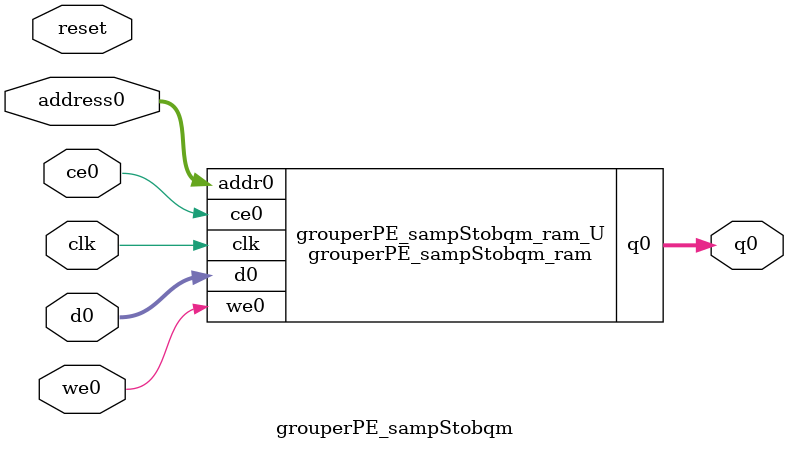
<source format=v>

`timescale 1 ns / 1 ps
module grouperPE_sampStobqm_ram (addr0, ce0, d0, we0, q0,  clk);

parameter DWIDTH = 32;
parameter AWIDTH = 3;
parameter MEM_SIZE = 8;

input[AWIDTH-1:0] addr0;
input ce0;
input[DWIDTH-1:0] d0;
input we0;
output reg[DWIDTH-1:0] q0;
input clk;

(* ram_style = "distributed" *)reg [DWIDTH-1:0] ram[0:MEM_SIZE-1];




always @(posedge clk)  
begin 
    if (ce0) 
    begin
        if (we0) 
        begin 
            ram[addr0] <= d0; 
            q0 <= d0;
        end 
        else 
            q0 <= ram[addr0];
    end
end


endmodule


`timescale 1 ns / 1 ps
module grouperPE_sampStobqm(
    reset,
    clk,
    address0,
    ce0,
    we0,
    d0,
    q0);

parameter DataWidth = 32'd32;
parameter AddressRange = 32'd8;
parameter AddressWidth = 32'd3;
input reset;
input clk;
input[AddressWidth - 1:0] address0;
input ce0;
input we0;
input[DataWidth - 1:0] d0;
output[DataWidth - 1:0] q0;



grouperPE_sampStobqm_ram grouperPE_sampStobqm_ram_U(
    .clk( clk ),
    .addr0( address0 ),
    .ce0( ce0 ),
    .we0( we0 ),
    .d0( d0 ),
    .q0( q0 ));

endmodule


</source>
